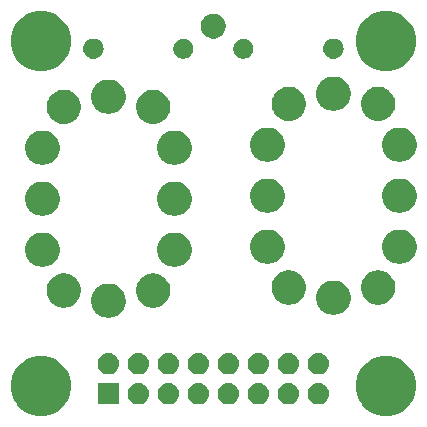
<source format=gbr>
G04 #@! TF.GenerationSoftware,KiCad,Pcbnew,5.0.2-bee76a0~70~ubuntu18.04.1*
G04 #@! TF.CreationDate,2019-11-04T11:53:34-05:00*
G04 #@! TF.ProjectId,socket,736f636b-6574-42e6-9b69-6361645f7063,rev?*
G04 #@! TF.SameCoordinates,Original*
G04 #@! TF.FileFunction,Soldermask,Top*
G04 #@! TF.FilePolarity,Negative*
%FSLAX46Y46*%
G04 Gerber Fmt 4.6, Leading zero omitted, Abs format (unit mm)*
G04 Created by KiCad (PCBNEW 5.0.2-bee76a0~70~ubuntu18.04.1) date Mon 04 Nov 2019 11:53:34 AM EST*
%MOMM*%
%LPD*%
G01*
G04 APERTURE LIST*
%ADD10C,0.100000*%
G04 APERTURE END LIST*
D10*
G36*
X61069096Y-121372033D02*
X61069098Y-121372034D01*
X61069099Y-121372034D01*
X61533352Y-121564333D01*
X61797314Y-121740707D01*
X61951171Y-121843511D01*
X62306489Y-122198829D01*
X62306491Y-122198832D01*
X62585667Y-122616648D01*
X62675945Y-122834600D01*
X62777967Y-123080904D01*
X62876000Y-123573747D01*
X62876000Y-124076253D01*
X62799668Y-124460000D01*
X62777966Y-124569099D01*
X62585667Y-125033352D01*
X62366495Y-125361366D01*
X62306489Y-125451171D01*
X61951171Y-125806489D01*
X61951168Y-125806491D01*
X61533352Y-126085667D01*
X61069099Y-126277966D01*
X61069098Y-126277966D01*
X61069096Y-126277967D01*
X60576253Y-126376000D01*
X60073747Y-126376000D01*
X59580904Y-126277967D01*
X59580902Y-126277966D01*
X59580901Y-126277966D01*
X59116648Y-126085667D01*
X58698832Y-125806491D01*
X58698829Y-125806489D01*
X58343511Y-125451171D01*
X58283505Y-125361366D01*
X58064333Y-125033352D01*
X57872034Y-124569099D01*
X57850333Y-124460000D01*
X57774000Y-124076253D01*
X57774000Y-123573747D01*
X57872033Y-123080904D01*
X57974055Y-122834600D01*
X58064333Y-122616648D01*
X58343509Y-122198832D01*
X58343511Y-122198829D01*
X58698829Y-121843511D01*
X58852686Y-121740707D01*
X59116648Y-121564333D01*
X59580901Y-121372034D01*
X59580902Y-121372034D01*
X59580904Y-121372033D01*
X60073747Y-121274000D01*
X60576253Y-121274000D01*
X61069096Y-121372033D01*
X61069096Y-121372033D01*
G37*
G36*
X31859096Y-121372033D02*
X31859098Y-121372034D01*
X31859099Y-121372034D01*
X32323352Y-121564333D01*
X32587314Y-121740707D01*
X32741171Y-121843511D01*
X33096489Y-122198829D01*
X33096491Y-122198832D01*
X33375667Y-122616648D01*
X33465945Y-122834600D01*
X33567967Y-123080904D01*
X33666000Y-123573747D01*
X33666000Y-124076253D01*
X33589668Y-124460000D01*
X33567966Y-124569099D01*
X33375667Y-125033352D01*
X33156495Y-125361366D01*
X33096489Y-125451171D01*
X32741171Y-125806489D01*
X32741168Y-125806491D01*
X32323352Y-126085667D01*
X31859099Y-126277966D01*
X31859098Y-126277966D01*
X31859096Y-126277967D01*
X31366253Y-126376000D01*
X30863747Y-126376000D01*
X30370904Y-126277967D01*
X30370902Y-126277966D01*
X30370901Y-126277966D01*
X29906648Y-126085667D01*
X29488832Y-125806491D01*
X29488829Y-125806489D01*
X29133511Y-125451171D01*
X29073505Y-125361366D01*
X28854333Y-125033352D01*
X28662034Y-124569099D01*
X28640333Y-124460000D01*
X28564000Y-124076253D01*
X28564000Y-123573747D01*
X28662033Y-123080904D01*
X28764055Y-122834600D01*
X28854333Y-122616648D01*
X29133509Y-122198832D01*
X29133511Y-122198829D01*
X29488829Y-121843511D01*
X29642686Y-121740707D01*
X29906648Y-121564333D01*
X30370901Y-121372034D01*
X30370902Y-121372034D01*
X30370904Y-121372033D01*
X30863747Y-121274000D01*
X31366253Y-121274000D01*
X31859096Y-121372033D01*
X31859096Y-121372033D01*
G37*
G36*
X54789294Y-123558633D02*
X54961694Y-123610931D01*
X54961696Y-123610932D01*
X55120583Y-123695859D01*
X55120585Y-123695860D01*
X55120584Y-123695860D01*
X55259849Y-123810151D01*
X55374140Y-123949416D01*
X55459069Y-124108306D01*
X55511367Y-124280706D01*
X55529025Y-124460000D01*
X55511367Y-124639294D01*
X55459069Y-124811694D01*
X55459068Y-124811696D01*
X55374141Y-124970583D01*
X55259849Y-125109849D01*
X55120583Y-125224141D01*
X54961696Y-125309068D01*
X54961694Y-125309069D01*
X54789294Y-125361367D01*
X54654931Y-125374600D01*
X54565069Y-125374600D01*
X54430706Y-125361367D01*
X54258306Y-125309069D01*
X54258304Y-125309068D01*
X54099417Y-125224141D01*
X53960151Y-125109849D01*
X53845859Y-124970583D01*
X53760932Y-124811696D01*
X53760931Y-124811694D01*
X53708633Y-124639294D01*
X53690975Y-124460000D01*
X53708633Y-124280706D01*
X53760931Y-124108306D01*
X53845860Y-123949416D01*
X53960151Y-123810151D01*
X54099416Y-123695860D01*
X54099415Y-123695860D01*
X54099417Y-123695859D01*
X54258304Y-123610932D01*
X54258306Y-123610931D01*
X54430706Y-123558633D01*
X54565069Y-123545400D01*
X54654931Y-123545400D01*
X54789294Y-123558633D01*
X54789294Y-123558633D01*
G37*
G36*
X37744600Y-125374600D02*
X35915400Y-125374600D01*
X35915400Y-123545400D01*
X37744600Y-123545400D01*
X37744600Y-125374600D01*
X37744600Y-125374600D01*
G37*
G36*
X39549294Y-123558633D02*
X39721694Y-123610931D01*
X39721696Y-123610932D01*
X39880583Y-123695859D01*
X39880585Y-123695860D01*
X39880584Y-123695860D01*
X40019849Y-123810151D01*
X40134140Y-123949416D01*
X40219069Y-124108306D01*
X40271367Y-124280706D01*
X40289025Y-124460000D01*
X40271367Y-124639294D01*
X40219069Y-124811694D01*
X40219068Y-124811696D01*
X40134141Y-124970583D01*
X40019849Y-125109849D01*
X39880583Y-125224141D01*
X39721696Y-125309068D01*
X39721694Y-125309069D01*
X39549294Y-125361367D01*
X39414931Y-125374600D01*
X39325069Y-125374600D01*
X39190706Y-125361367D01*
X39018306Y-125309069D01*
X39018304Y-125309068D01*
X38859417Y-125224141D01*
X38720151Y-125109849D01*
X38605859Y-124970583D01*
X38520932Y-124811696D01*
X38520931Y-124811694D01*
X38468633Y-124639294D01*
X38450975Y-124460000D01*
X38468633Y-124280706D01*
X38520931Y-124108306D01*
X38605860Y-123949416D01*
X38720151Y-123810151D01*
X38859416Y-123695860D01*
X38859415Y-123695860D01*
X38859417Y-123695859D01*
X39018304Y-123610932D01*
X39018306Y-123610931D01*
X39190706Y-123558633D01*
X39325069Y-123545400D01*
X39414931Y-123545400D01*
X39549294Y-123558633D01*
X39549294Y-123558633D01*
G37*
G36*
X42089294Y-123558633D02*
X42261694Y-123610931D01*
X42261696Y-123610932D01*
X42420583Y-123695859D01*
X42420585Y-123695860D01*
X42420584Y-123695860D01*
X42559849Y-123810151D01*
X42674140Y-123949416D01*
X42759069Y-124108306D01*
X42811367Y-124280706D01*
X42829025Y-124460000D01*
X42811367Y-124639294D01*
X42759069Y-124811694D01*
X42759068Y-124811696D01*
X42674141Y-124970583D01*
X42559849Y-125109849D01*
X42420583Y-125224141D01*
X42261696Y-125309068D01*
X42261694Y-125309069D01*
X42089294Y-125361367D01*
X41954931Y-125374600D01*
X41865069Y-125374600D01*
X41730706Y-125361367D01*
X41558306Y-125309069D01*
X41558304Y-125309068D01*
X41399417Y-125224141D01*
X41260151Y-125109849D01*
X41145859Y-124970583D01*
X41060932Y-124811696D01*
X41060931Y-124811694D01*
X41008633Y-124639294D01*
X40990975Y-124460000D01*
X41008633Y-124280706D01*
X41060931Y-124108306D01*
X41145860Y-123949416D01*
X41260151Y-123810151D01*
X41399416Y-123695860D01*
X41399415Y-123695860D01*
X41399417Y-123695859D01*
X41558304Y-123610932D01*
X41558306Y-123610931D01*
X41730706Y-123558633D01*
X41865069Y-123545400D01*
X41954931Y-123545400D01*
X42089294Y-123558633D01*
X42089294Y-123558633D01*
G37*
G36*
X44629294Y-123558633D02*
X44801694Y-123610931D01*
X44801696Y-123610932D01*
X44960583Y-123695859D01*
X44960585Y-123695860D01*
X44960584Y-123695860D01*
X45099849Y-123810151D01*
X45214140Y-123949416D01*
X45299069Y-124108306D01*
X45351367Y-124280706D01*
X45369025Y-124460000D01*
X45351367Y-124639294D01*
X45299069Y-124811694D01*
X45299068Y-124811696D01*
X45214141Y-124970583D01*
X45099849Y-125109849D01*
X44960583Y-125224141D01*
X44801696Y-125309068D01*
X44801694Y-125309069D01*
X44629294Y-125361367D01*
X44494931Y-125374600D01*
X44405069Y-125374600D01*
X44270706Y-125361367D01*
X44098306Y-125309069D01*
X44098304Y-125309068D01*
X43939417Y-125224141D01*
X43800151Y-125109849D01*
X43685859Y-124970583D01*
X43600932Y-124811696D01*
X43600931Y-124811694D01*
X43548633Y-124639294D01*
X43530975Y-124460000D01*
X43548633Y-124280706D01*
X43600931Y-124108306D01*
X43685860Y-123949416D01*
X43800151Y-123810151D01*
X43939416Y-123695860D01*
X43939415Y-123695860D01*
X43939417Y-123695859D01*
X44098304Y-123610932D01*
X44098306Y-123610931D01*
X44270706Y-123558633D01*
X44405069Y-123545400D01*
X44494931Y-123545400D01*
X44629294Y-123558633D01*
X44629294Y-123558633D01*
G37*
G36*
X47169294Y-123558633D02*
X47341694Y-123610931D01*
X47341696Y-123610932D01*
X47500583Y-123695859D01*
X47500585Y-123695860D01*
X47500584Y-123695860D01*
X47639849Y-123810151D01*
X47754140Y-123949416D01*
X47839069Y-124108306D01*
X47891367Y-124280706D01*
X47909025Y-124460000D01*
X47891367Y-124639294D01*
X47839069Y-124811694D01*
X47839068Y-124811696D01*
X47754141Y-124970583D01*
X47639849Y-125109849D01*
X47500583Y-125224141D01*
X47341696Y-125309068D01*
X47341694Y-125309069D01*
X47169294Y-125361367D01*
X47034931Y-125374600D01*
X46945069Y-125374600D01*
X46810706Y-125361367D01*
X46638306Y-125309069D01*
X46638304Y-125309068D01*
X46479417Y-125224141D01*
X46340151Y-125109849D01*
X46225859Y-124970583D01*
X46140932Y-124811696D01*
X46140931Y-124811694D01*
X46088633Y-124639294D01*
X46070975Y-124460000D01*
X46088633Y-124280706D01*
X46140931Y-124108306D01*
X46225860Y-123949416D01*
X46340151Y-123810151D01*
X46479416Y-123695860D01*
X46479415Y-123695860D01*
X46479417Y-123695859D01*
X46638304Y-123610932D01*
X46638306Y-123610931D01*
X46810706Y-123558633D01*
X46945069Y-123545400D01*
X47034931Y-123545400D01*
X47169294Y-123558633D01*
X47169294Y-123558633D01*
G37*
G36*
X52249294Y-123558633D02*
X52421694Y-123610931D01*
X52421696Y-123610932D01*
X52580583Y-123695859D01*
X52580585Y-123695860D01*
X52580584Y-123695860D01*
X52719849Y-123810151D01*
X52834140Y-123949416D01*
X52919069Y-124108306D01*
X52971367Y-124280706D01*
X52989025Y-124460000D01*
X52971367Y-124639294D01*
X52919069Y-124811694D01*
X52919068Y-124811696D01*
X52834141Y-124970583D01*
X52719849Y-125109849D01*
X52580583Y-125224141D01*
X52421696Y-125309068D01*
X52421694Y-125309069D01*
X52249294Y-125361367D01*
X52114931Y-125374600D01*
X52025069Y-125374600D01*
X51890706Y-125361367D01*
X51718306Y-125309069D01*
X51718304Y-125309068D01*
X51559417Y-125224141D01*
X51420151Y-125109849D01*
X51305859Y-124970583D01*
X51220932Y-124811696D01*
X51220931Y-124811694D01*
X51168633Y-124639294D01*
X51150975Y-124460000D01*
X51168633Y-124280706D01*
X51220931Y-124108306D01*
X51305860Y-123949416D01*
X51420151Y-123810151D01*
X51559416Y-123695860D01*
X51559415Y-123695860D01*
X51559417Y-123695859D01*
X51718304Y-123610932D01*
X51718306Y-123610931D01*
X51890706Y-123558633D01*
X52025069Y-123545400D01*
X52114931Y-123545400D01*
X52249294Y-123558633D01*
X52249294Y-123558633D01*
G37*
G36*
X49709294Y-123558633D02*
X49881694Y-123610931D01*
X49881696Y-123610932D01*
X50040583Y-123695859D01*
X50040585Y-123695860D01*
X50040584Y-123695860D01*
X50179849Y-123810151D01*
X50294140Y-123949416D01*
X50379069Y-124108306D01*
X50431367Y-124280706D01*
X50449025Y-124460000D01*
X50431367Y-124639294D01*
X50379069Y-124811694D01*
X50379068Y-124811696D01*
X50294141Y-124970583D01*
X50179849Y-125109849D01*
X50040583Y-125224141D01*
X49881696Y-125309068D01*
X49881694Y-125309069D01*
X49709294Y-125361367D01*
X49574931Y-125374600D01*
X49485069Y-125374600D01*
X49350706Y-125361367D01*
X49178306Y-125309069D01*
X49178304Y-125309068D01*
X49019417Y-125224141D01*
X48880151Y-125109849D01*
X48765859Y-124970583D01*
X48680932Y-124811696D01*
X48680931Y-124811694D01*
X48628633Y-124639294D01*
X48610975Y-124460000D01*
X48628633Y-124280706D01*
X48680931Y-124108306D01*
X48765860Y-123949416D01*
X48880151Y-123810151D01*
X49019416Y-123695860D01*
X49019415Y-123695860D01*
X49019417Y-123695859D01*
X49178304Y-123610932D01*
X49178306Y-123610931D01*
X49350706Y-123558633D01*
X49485069Y-123545400D01*
X49574931Y-123545400D01*
X49709294Y-123558633D01*
X49709294Y-123558633D01*
G37*
G36*
X44629294Y-121018633D02*
X44801694Y-121070931D01*
X44801696Y-121070932D01*
X44960583Y-121155859D01*
X44960585Y-121155860D01*
X44960584Y-121155860D01*
X45099849Y-121270151D01*
X45214140Y-121409416D01*
X45299069Y-121568306D01*
X45351367Y-121740706D01*
X45369025Y-121920000D01*
X45351367Y-122099294D01*
X45299069Y-122271694D01*
X45299068Y-122271696D01*
X45214141Y-122430583D01*
X45099849Y-122569849D01*
X44960583Y-122684141D01*
X44801696Y-122769068D01*
X44801694Y-122769069D01*
X44629294Y-122821367D01*
X44494931Y-122834600D01*
X44405069Y-122834600D01*
X44270706Y-122821367D01*
X44098306Y-122769069D01*
X44098304Y-122769068D01*
X43939417Y-122684141D01*
X43800151Y-122569849D01*
X43685859Y-122430583D01*
X43600932Y-122271696D01*
X43600931Y-122271694D01*
X43548633Y-122099294D01*
X43530975Y-121920000D01*
X43548633Y-121740706D01*
X43600931Y-121568306D01*
X43685860Y-121409416D01*
X43800151Y-121270151D01*
X43939416Y-121155860D01*
X43939415Y-121155860D01*
X43939417Y-121155859D01*
X44098304Y-121070932D01*
X44098306Y-121070931D01*
X44270706Y-121018633D01*
X44405069Y-121005400D01*
X44494931Y-121005400D01*
X44629294Y-121018633D01*
X44629294Y-121018633D01*
G37*
G36*
X49709294Y-121018633D02*
X49881694Y-121070931D01*
X49881696Y-121070932D01*
X50040583Y-121155859D01*
X50040585Y-121155860D01*
X50040584Y-121155860D01*
X50179849Y-121270151D01*
X50294140Y-121409416D01*
X50379069Y-121568306D01*
X50431367Y-121740706D01*
X50449025Y-121920000D01*
X50431367Y-122099294D01*
X50379069Y-122271694D01*
X50379068Y-122271696D01*
X50294141Y-122430583D01*
X50179849Y-122569849D01*
X50040583Y-122684141D01*
X49881696Y-122769068D01*
X49881694Y-122769069D01*
X49709294Y-122821367D01*
X49574931Y-122834600D01*
X49485069Y-122834600D01*
X49350706Y-122821367D01*
X49178306Y-122769069D01*
X49178304Y-122769068D01*
X49019417Y-122684141D01*
X48880151Y-122569849D01*
X48765859Y-122430583D01*
X48680932Y-122271696D01*
X48680931Y-122271694D01*
X48628633Y-122099294D01*
X48610975Y-121920000D01*
X48628633Y-121740706D01*
X48680931Y-121568306D01*
X48765860Y-121409416D01*
X48880151Y-121270151D01*
X49019416Y-121155860D01*
X49019415Y-121155860D01*
X49019417Y-121155859D01*
X49178304Y-121070932D01*
X49178306Y-121070931D01*
X49350706Y-121018633D01*
X49485069Y-121005400D01*
X49574931Y-121005400D01*
X49709294Y-121018633D01*
X49709294Y-121018633D01*
G37*
G36*
X52249294Y-121018633D02*
X52421694Y-121070931D01*
X52421696Y-121070932D01*
X52580583Y-121155859D01*
X52580585Y-121155860D01*
X52580584Y-121155860D01*
X52719849Y-121270151D01*
X52834140Y-121409416D01*
X52919069Y-121568306D01*
X52971367Y-121740706D01*
X52989025Y-121920000D01*
X52971367Y-122099294D01*
X52919069Y-122271694D01*
X52919068Y-122271696D01*
X52834141Y-122430583D01*
X52719849Y-122569849D01*
X52580583Y-122684141D01*
X52421696Y-122769068D01*
X52421694Y-122769069D01*
X52249294Y-122821367D01*
X52114931Y-122834600D01*
X52025069Y-122834600D01*
X51890706Y-122821367D01*
X51718306Y-122769069D01*
X51718304Y-122769068D01*
X51559417Y-122684141D01*
X51420151Y-122569849D01*
X51305859Y-122430583D01*
X51220932Y-122271696D01*
X51220931Y-122271694D01*
X51168633Y-122099294D01*
X51150975Y-121920000D01*
X51168633Y-121740706D01*
X51220931Y-121568306D01*
X51305860Y-121409416D01*
X51420151Y-121270151D01*
X51559416Y-121155860D01*
X51559415Y-121155860D01*
X51559417Y-121155859D01*
X51718304Y-121070932D01*
X51718306Y-121070931D01*
X51890706Y-121018633D01*
X52025069Y-121005400D01*
X52114931Y-121005400D01*
X52249294Y-121018633D01*
X52249294Y-121018633D01*
G37*
G36*
X47169294Y-121018633D02*
X47341694Y-121070931D01*
X47341696Y-121070932D01*
X47500583Y-121155859D01*
X47500585Y-121155860D01*
X47500584Y-121155860D01*
X47639849Y-121270151D01*
X47754140Y-121409416D01*
X47839069Y-121568306D01*
X47891367Y-121740706D01*
X47909025Y-121920000D01*
X47891367Y-122099294D01*
X47839069Y-122271694D01*
X47839068Y-122271696D01*
X47754141Y-122430583D01*
X47639849Y-122569849D01*
X47500583Y-122684141D01*
X47341696Y-122769068D01*
X47341694Y-122769069D01*
X47169294Y-122821367D01*
X47034931Y-122834600D01*
X46945069Y-122834600D01*
X46810706Y-122821367D01*
X46638306Y-122769069D01*
X46638304Y-122769068D01*
X46479417Y-122684141D01*
X46340151Y-122569849D01*
X46225859Y-122430583D01*
X46140932Y-122271696D01*
X46140931Y-122271694D01*
X46088633Y-122099294D01*
X46070975Y-121920000D01*
X46088633Y-121740706D01*
X46140931Y-121568306D01*
X46225860Y-121409416D01*
X46340151Y-121270151D01*
X46479416Y-121155860D01*
X46479415Y-121155860D01*
X46479417Y-121155859D01*
X46638304Y-121070932D01*
X46638306Y-121070931D01*
X46810706Y-121018633D01*
X46945069Y-121005400D01*
X47034931Y-121005400D01*
X47169294Y-121018633D01*
X47169294Y-121018633D01*
G37*
G36*
X54789294Y-121018633D02*
X54961694Y-121070931D01*
X54961696Y-121070932D01*
X55120583Y-121155859D01*
X55120585Y-121155860D01*
X55120584Y-121155860D01*
X55259849Y-121270151D01*
X55374140Y-121409416D01*
X55459069Y-121568306D01*
X55511367Y-121740706D01*
X55529025Y-121920000D01*
X55511367Y-122099294D01*
X55459069Y-122271694D01*
X55459068Y-122271696D01*
X55374141Y-122430583D01*
X55259849Y-122569849D01*
X55120583Y-122684141D01*
X54961696Y-122769068D01*
X54961694Y-122769069D01*
X54789294Y-122821367D01*
X54654931Y-122834600D01*
X54565069Y-122834600D01*
X54430706Y-122821367D01*
X54258306Y-122769069D01*
X54258304Y-122769068D01*
X54099417Y-122684141D01*
X53960151Y-122569849D01*
X53845859Y-122430583D01*
X53760932Y-122271696D01*
X53760931Y-122271694D01*
X53708633Y-122099294D01*
X53690975Y-121920000D01*
X53708633Y-121740706D01*
X53760931Y-121568306D01*
X53845860Y-121409416D01*
X53960151Y-121270151D01*
X54099416Y-121155860D01*
X54099415Y-121155860D01*
X54099417Y-121155859D01*
X54258304Y-121070932D01*
X54258306Y-121070931D01*
X54430706Y-121018633D01*
X54565069Y-121005400D01*
X54654931Y-121005400D01*
X54789294Y-121018633D01*
X54789294Y-121018633D01*
G37*
G36*
X42089294Y-121018633D02*
X42261694Y-121070931D01*
X42261696Y-121070932D01*
X42420583Y-121155859D01*
X42420585Y-121155860D01*
X42420584Y-121155860D01*
X42559849Y-121270151D01*
X42674140Y-121409416D01*
X42759069Y-121568306D01*
X42811367Y-121740706D01*
X42829025Y-121920000D01*
X42811367Y-122099294D01*
X42759069Y-122271694D01*
X42759068Y-122271696D01*
X42674141Y-122430583D01*
X42559849Y-122569849D01*
X42420583Y-122684141D01*
X42261696Y-122769068D01*
X42261694Y-122769069D01*
X42089294Y-122821367D01*
X41954931Y-122834600D01*
X41865069Y-122834600D01*
X41730706Y-122821367D01*
X41558306Y-122769069D01*
X41558304Y-122769068D01*
X41399417Y-122684141D01*
X41260151Y-122569849D01*
X41145859Y-122430583D01*
X41060932Y-122271696D01*
X41060931Y-122271694D01*
X41008633Y-122099294D01*
X40990975Y-121920000D01*
X41008633Y-121740706D01*
X41060931Y-121568306D01*
X41145860Y-121409416D01*
X41260151Y-121270151D01*
X41399416Y-121155860D01*
X41399415Y-121155860D01*
X41399417Y-121155859D01*
X41558304Y-121070932D01*
X41558306Y-121070931D01*
X41730706Y-121018633D01*
X41865069Y-121005400D01*
X41954931Y-121005400D01*
X42089294Y-121018633D01*
X42089294Y-121018633D01*
G37*
G36*
X39549294Y-121018633D02*
X39721694Y-121070931D01*
X39721696Y-121070932D01*
X39880583Y-121155859D01*
X39880585Y-121155860D01*
X39880584Y-121155860D01*
X40019849Y-121270151D01*
X40134140Y-121409416D01*
X40219069Y-121568306D01*
X40271367Y-121740706D01*
X40289025Y-121920000D01*
X40271367Y-122099294D01*
X40219069Y-122271694D01*
X40219068Y-122271696D01*
X40134141Y-122430583D01*
X40019849Y-122569849D01*
X39880583Y-122684141D01*
X39721696Y-122769068D01*
X39721694Y-122769069D01*
X39549294Y-122821367D01*
X39414931Y-122834600D01*
X39325069Y-122834600D01*
X39190706Y-122821367D01*
X39018306Y-122769069D01*
X39018304Y-122769068D01*
X38859417Y-122684141D01*
X38720151Y-122569849D01*
X38605859Y-122430583D01*
X38520932Y-122271696D01*
X38520931Y-122271694D01*
X38468633Y-122099294D01*
X38450975Y-121920000D01*
X38468633Y-121740706D01*
X38520931Y-121568306D01*
X38605860Y-121409416D01*
X38720151Y-121270151D01*
X38859416Y-121155860D01*
X38859415Y-121155860D01*
X38859417Y-121155859D01*
X39018304Y-121070932D01*
X39018306Y-121070931D01*
X39190706Y-121018633D01*
X39325069Y-121005400D01*
X39414931Y-121005400D01*
X39549294Y-121018633D01*
X39549294Y-121018633D01*
G37*
G36*
X37009294Y-121018633D02*
X37181694Y-121070931D01*
X37181696Y-121070932D01*
X37340583Y-121155859D01*
X37340585Y-121155860D01*
X37340584Y-121155860D01*
X37479849Y-121270151D01*
X37594140Y-121409416D01*
X37679069Y-121568306D01*
X37731367Y-121740706D01*
X37749025Y-121920000D01*
X37731367Y-122099294D01*
X37679069Y-122271694D01*
X37679068Y-122271696D01*
X37594141Y-122430583D01*
X37479849Y-122569849D01*
X37340583Y-122684141D01*
X37181696Y-122769068D01*
X37181694Y-122769069D01*
X37009294Y-122821367D01*
X36874931Y-122834600D01*
X36785069Y-122834600D01*
X36650706Y-122821367D01*
X36478306Y-122769069D01*
X36478304Y-122769068D01*
X36319417Y-122684141D01*
X36180151Y-122569849D01*
X36065859Y-122430583D01*
X35980932Y-122271696D01*
X35980931Y-122271694D01*
X35928633Y-122099294D01*
X35910975Y-121920000D01*
X35928633Y-121740706D01*
X35980931Y-121568306D01*
X36065860Y-121409416D01*
X36180151Y-121270151D01*
X36319416Y-121155860D01*
X36319415Y-121155860D01*
X36319417Y-121155859D01*
X36478304Y-121070932D01*
X36478306Y-121070931D01*
X36650706Y-121018633D01*
X36785069Y-121005400D01*
X36874931Y-121005400D01*
X37009294Y-121018633D01*
X37009294Y-121018633D01*
G37*
G36*
X37112491Y-115165823D02*
X37252366Y-115193646D01*
X37515885Y-115302799D01*
X37674757Y-115408954D01*
X37753049Y-115461267D01*
X37954733Y-115662951D01*
X37954735Y-115662954D01*
X38113201Y-115900115D01*
X38222354Y-116163634D01*
X38222354Y-116163635D01*
X38267670Y-116391449D01*
X38278000Y-116443384D01*
X38278000Y-116728616D01*
X38222354Y-117008366D01*
X38113201Y-117271885D01*
X37989689Y-117456733D01*
X37954733Y-117509049D01*
X37753049Y-117710733D01*
X37753046Y-117710735D01*
X37515885Y-117869201D01*
X37252366Y-117978354D01*
X37112491Y-118006177D01*
X36972617Y-118034000D01*
X36687383Y-118034000D01*
X36547509Y-118006177D01*
X36407634Y-117978354D01*
X36144115Y-117869201D01*
X35906954Y-117710735D01*
X35906951Y-117710733D01*
X35705267Y-117509049D01*
X35670311Y-117456733D01*
X35546799Y-117271885D01*
X35437646Y-117008366D01*
X35382000Y-116728616D01*
X35382000Y-116443384D01*
X35392331Y-116391449D01*
X35437646Y-116163635D01*
X35437646Y-116163634D01*
X35546799Y-115900115D01*
X35705265Y-115662954D01*
X35705267Y-115662951D01*
X35906951Y-115461267D01*
X35985243Y-115408954D01*
X36144115Y-115302799D01*
X36407634Y-115193646D01*
X36547509Y-115165823D01*
X36687383Y-115138000D01*
X36972617Y-115138000D01*
X37112491Y-115165823D01*
X37112491Y-115165823D01*
G37*
G36*
X56162491Y-114911823D02*
X56302366Y-114939646D01*
X56565885Y-115048799D01*
X56782664Y-115193646D01*
X56803049Y-115207267D01*
X57004733Y-115408951D01*
X57004735Y-115408954D01*
X57163201Y-115646115D01*
X57272354Y-115909634D01*
X57328000Y-116189384D01*
X57328000Y-116474616D01*
X57272354Y-116754366D01*
X57163201Y-117017885D01*
X57005802Y-117253449D01*
X57004733Y-117255049D01*
X56803049Y-117456733D01*
X56803046Y-117456735D01*
X56565885Y-117615201D01*
X56302366Y-117724354D01*
X56162491Y-117752177D01*
X56022617Y-117780000D01*
X55737383Y-117780000D01*
X55597509Y-117752177D01*
X55457634Y-117724354D01*
X55194115Y-117615201D01*
X54956954Y-117456735D01*
X54956951Y-117456733D01*
X54755267Y-117255049D01*
X54754198Y-117253449D01*
X54596799Y-117017885D01*
X54487646Y-116754366D01*
X54432000Y-116474616D01*
X54432000Y-116189384D01*
X54487646Y-115909634D01*
X54596799Y-115646115D01*
X54755265Y-115408954D01*
X54755267Y-115408951D01*
X54956951Y-115207267D01*
X54977336Y-115193646D01*
X55194115Y-115048799D01*
X55457634Y-114939646D01*
X55597509Y-114911823D01*
X55737383Y-114884000D01*
X56022617Y-114884000D01*
X56162491Y-114911823D01*
X56162491Y-114911823D01*
G37*
G36*
X40897091Y-114302223D02*
X41036966Y-114330046D01*
X41300485Y-114439199D01*
X41459357Y-114545354D01*
X41537649Y-114597667D01*
X41739333Y-114799351D01*
X41739335Y-114799354D01*
X41897801Y-115036515D01*
X42006954Y-115300034D01*
X42062600Y-115579784D01*
X42062600Y-115865016D01*
X42006954Y-116144766D01*
X41897801Y-116408285D01*
X41853480Y-116474616D01*
X41739333Y-116645449D01*
X41537649Y-116847133D01*
X41537646Y-116847135D01*
X41300485Y-117005601D01*
X41036966Y-117114754D01*
X40897091Y-117142577D01*
X40757217Y-117170400D01*
X40471983Y-117170400D01*
X40332109Y-117142577D01*
X40192234Y-117114754D01*
X39928715Y-117005601D01*
X39691554Y-116847135D01*
X39691551Y-116847133D01*
X39489867Y-116645449D01*
X39375720Y-116474616D01*
X39331399Y-116408285D01*
X39222246Y-116144766D01*
X39166600Y-115865016D01*
X39166600Y-115579784D01*
X39222246Y-115300034D01*
X39331399Y-115036515D01*
X39489865Y-114799354D01*
X39489867Y-114799351D01*
X39691551Y-114597667D01*
X39769843Y-114545354D01*
X39928715Y-114439199D01*
X40192234Y-114330046D01*
X40332109Y-114302223D01*
X40471983Y-114274400D01*
X40757217Y-114274400D01*
X40897091Y-114302223D01*
X40897091Y-114302223D01*
G37*
G36*
X33327891Y-114302223D02*
X33467766Y-114330046D01*
X33731285Y-114439199D01*
X33890157Y-114545354D01*
X33968449Y-114597667D01*
X34170133Y-114799351D01*
X34170135Y-114799354D01*
X34328601Y-115036515D01*
X34437754Y-115300034D01*
X34493400Y-115579784D01*
X34493400Y-115865016D01*
X34437754Y-116144766D01*
X34328601Y-116408285D01*
X34284280Y-116474616D01*
X34170133Y-116645449D01*
X33968449Y-116847133D01*
X33968446Y-116847135D01*
X33731285Y-117005601D01*
X33467766Y-117114754D01*
X33327891Y-117142577D01*
X33188017Y-117170400D01*
X32902783Y-117170400D01*
X32762909Y-117142577D01*
X32623034Y-117114754D01*
X32359515Y-117005601D01*
X32122354Y-116847135D01*
X32122351Y-116847133D01*
X31920667Y-116645449D01*
X31806520Y-116474616D01*
X31762199Y-116408285D01*
X31653046Y-116144766D01*
X31597400Y-115865016D01*
X31597400Y-115579784D01*
X31653046Y-115300034D01*
X31762199Y-115036515D01*
X31920665Y-114799354D01*
X31920667Y-114799351D01*
X32122351Y-114597667D01*
X32200643Y-114545354D01*
X32359515Y-114439199D01*
X32623034Y-114330046D01*
X32762909Y-114302223D01*
X32902783Y-114274400D01*
X33188017Y-114274400D01*
X33327891Y-114302223D01*
X33327891Y-114302223D01*
G37*
G36*
X59947091Y-114048223D02*
X60086966Y-114076046D01*
X60350485Y-114185199D01*
X60567264Y-114330046D01*
X60587649Y-114343667D01*
X60789333Y-114545351D01*
X60789335Y-114545354D01*
X60947801Y-114782515D01*
X61056954Y-115046034D01*
X61056954Y-115046035D01*
X61112600Y-115325783D01*
X61112600Y-115611017D01*
X61102269Y-115662954D01*
X61056954Y-115890766D01*
X60947801Y-116154285D01*
X60790402Y-116389849D01*
X60789333Y-116391449D01*
X60587649Y-116593133D01*
X60587646Y-116593135D01*
X60350485Y-116751601D01*
X60086966Y-116860754D01*
X59947091Y-116888577D01*
X59807217Y-116916400D01*
X59521983Y-116916400D01*
X59382109Y-116888577D01*
X59242234Y-116860754D01*
X58978715Y-116751601D01*
X58741554Y-116593135D01*
X58741551Y-116593133D01*
X58539867Y-116391449D01*
X58538798Y-116389849D01*
X58381399Y-116154285D01*
X58272246Y-115890766D01*
X58226931Y-115662954D01*
X58216600Y-115611017D01*
X58216600Y-115325783D01*
X58272246Y-115046035D01*
X58272246Y-115046034D01*
X58381399Y-114782515D01*
X58539865Y-114545354D01*
X58539867Y-114545351D01*
X58741551Y-114343667D01*
X58761936Y-114330046D01*
X58978715Y-114185199D01*
X59242234Y-114076046D01*
X59382109Y-114048223D01*
X59521983Y-114020400D01*
X59807217Y-114020400D01*
X59947091Y-114048223D01*
X59947091Y-114048223D01*
G37*
G36*
X52377891Y-114048223D02*
X52517766Y-114076046D01*
X52781285Y-114185199D01*
X52998064Y-114330046D01*
X53018449Y-114343667D01*
X53220133Y-114545351D01*
X53220135Y-114545354D01*
X53378601Y-114782515D01*
X53487754Y-115046034D01*
X53487754Y-115046035D01*
X53543400Y-115325783D01*
X53543400Y-115611017D01*
X53533069Y-115662954D01*
X53487754Y-115890766D01*
X53378601Y-116154285D01*
X53221202Y-116389849D01*
X53220133Y-116391449D01*
X53018449Y-116593133D01*
X53018446Y-116593135D01*
X52781285Y-116751601D01*
X52517766Y-116860754D01*
X52377891Y-116888577D01*
X52238017Y-116916400D01*
X51952783Y-116916400D01*
X51812909Y-116888577D01*
X51673034Y-116860754D01*
X51409515Y-116751601D01*
X51172354Y-116593135D01*
X51172351Y-116593133D01*
X50970667Y-116391449D01*
X50969598Y-116389849D01*
X50812199Y-116154285D01*
X50703046Y-115890766D01*
X50657731Y-115662954D01*
X50647400Y-115611017D01*
X50647400Y-115325783D01*
X50703046Y-115046035D01*
X50703046Y-115046034D01*
X50812199Y-114782515D01*
X50970665Y-114545354D01*
X50970667Y-114545351D01*
X51172351Y-114343667D01*
X51192736Y-114330046D01*
X51409515Y-114185199D01*
X51673034Y-114076046D01*
X51812909Y-114048223D01*
X51952783Y-114020400D01*
X52238017Y-114020400D01*
X52377891Y-114048223D01*
X52377891Y-114048223D01*
G37*
G36*
X42700491Y-110847823D02*
X42840366Y-110875646D01*
X43103885Y-110984799D01*
X43262757Y-111090954D01*
X43341049Y-111143267D01*
X43542733Y-111344951D01*
X43542735Y-111344954D01*
X43701201Y-111582115D01*
X43810354Y-111845634D01*
X43866000Y-112125384D01*
X43866000Y-112410616D01*
X43810354Y-112690366D01*
X43701201Y-112953885D01*
X43577689Y-113138733D01*
X43542733Y-113191049D01*
X43341049Y-113392733D01*
X43341046Y-113392735D01*
X43103885Y-113551201D01*
X42840366Y-113660354D01*
X42700491Y-113688177D01*
X42560617Y-113716000D01*
X42275383Y-113716000D01*
X42135509Y-113688177D01*
X41995634Y-113660354D01*
X41732115Y-113551201D01*
X41494954Y-113392735D01*
X41494951Y-113392733D01*
X41293267Y-113191049D01*
X41258311Y-113138733D01*
X41134799Y-112953885D01*
X41025646Y-112690366D01*
X40970000Y-112410616D01*
X40970000Y-112125384D01*
X41025646Y-111845634D01*
X41134799Y-111582115D01*
X41293265Y-111344954D01*
X41293267Y-111344951D01*
X41494951Y-111143267D01*
X41573243Y-111090954D01*
X41732115Y-110984799D01*
X41995634Y-110875646D01*
X42135509Y-110847823D01*
X42275383Y-110820000D01*
X42560617Y-110820000D01*
X42700491Y-110847823D01*
X42700491Y-110847823D01*
G37*
G36*
X31524491Y-110847823D02*
X31664366Y-110875646D01*
X31927885Y-110984799D01*
X32086757Y-111090954D01*
X32165049Y-111143267D01*
X32366733Y-111344951D01*
X32366735Y-111344954D01*
X32525201Y-111582115D01*
X32634354Y-111845634D01*
X32690000Y-112125384D01*
X32690000Y-112410616D01*
X32634354Y-112690366D01*
X32525201Y-112953885D01*
X32401689Y-113138733D01*
X32366733Y-113191049D01*
X32165049Y-113392733D01*
X32165046Y-113392735D01*
X31927885Y-113551201D01*
X31664366Y-113660354D01*
X31524491Y-113688177D01*
X31384617Y-113716000D01*
X31099383Y-113716000D01*
X30959509Y-113688177D01*
X30819634Y-113660354D01*
X30556115Y-113551201D01*
X30318954Y-113392735D01*
X30318951Y-113392733D01*
X30117267Y-113191049D01*
X30082311Y-113138733D01*
X29958799Y-112953885D01*
X29849646Y-112690366D01*
X29794000Y-112410616D01*
X29794000Y-112125384D01*
X29849646Y-111845634D01*
X29958799Y-111582115D01*
X30117265Y-111344954D01*
X30117267Y-111344951D01*
X30318951Y-111143267D01*
X30397243Y-111090954D01*
X30556115Y-110984799D01*
X30819634Y-110875646D01*
X30959509Y-110847823D01*
X31099383Y-110820000D01*
X31384617Y-110820000D01*
X31524491Y-110847823D01*
X31524491Y-110847823D01*
G37*
G36*
X61750491Y-110593823D02*
X61890366Y-110621646D01*
X62153885Y-110730799D01*
X62370664Y-110875646D01*
X62391049Y-110889267D01*
X62592733Y-111090951D01*
X62592735Y-111090954D01*
X62751201Y-111328115D01*
X62860354Y-111591634D01*
X62916000Y-111871384D01*
X62916000Y-112156616D01*
X62860354Y-112436366D01*
X62751201Y-112699885D01*
X62593802Y-112935449D01*
X62592733Y-112937049D01*
X62391049Y-113138733D01*
X62391046Y-113138735D01*
X62153885Y-113297201D01*
X61890366Y-113406354D01*
X61750491Y-113434177D01*
X61610617Y-113462000D01*
X61325383Y-113462000D01*
X61185509Y-113434177D01*
X61045634Y-113406354D01*
X60782115Y-113297201D01*
X60544954Y-113138735D01*
X60544951Y-113138733D01*
X60343267Y-112937049D01*
X60342198Y-112935449D01*
X60184799Y-112699885D01*
X60075646Y-112436366D01*
X60020000Y-112156616D01*
X60020000Y-111871384D01*
X60075646Y-111591634D01*
X60184799Y-111328115D01*
X60343265Y-111090954D01*
X60343267Y-111090951D01*
X60544951Y-110889267D01*
X60565336Y-110875646D01*
X60782115Y-110730799D01*
X61045634Y-110621646D01*
X61185509Y-110593823D01*
X61325383Y-110566000D01*
X61610617Y-110566000D01*
X61750491Y-110593823D01*
X61750491Y-110593823D01*
G37*
G36*
X50574491Y-110593823D02*
X50714366Y-110621646D01*
X50977885Y-110730799D01*
X51194664Y-110875646D01*
X51215049Y-110889267D01*
X51416733Y-111090951D01*
X51416735Y-111090954D01*
X51575201Y-111328115D01*
X51684354Y-111591634D01*
X51740000Y-111871384D01*
X51740000Y-112156616D01*
X51684354Y-112436366D01*
X51575201Y-112699885D01*
X51417802Y-112935449D01*
X51416733Y-112937049D01*
X51215049Y-113138733D01*
X51215046Y-113138735D01*
X50977885Y-113297201D01*
X50714366Y-113406354D01*
X50574491Y-113434177D01*
X50434617Y-113462000D01*
X50149383Y-113462000D01*
X50009509Y-113434177D01*
X49869634Y-113406354D01*
X49606115Y-113297201D01*
X49368954Y-113138735D01*
X49368951Y-113138733D01*
X49167267Y-112937049D01*
X49166198Y-112935449D01*
X49008799Y-112699885D01*
X48899646Y-112436366D01*
X48844000Y-112156616D01*
X48844000Y-111871384D01*
X48899646Y-111591634D01*
X49008799Y-111328115D01*
X49167265Y-111090954D01*
X49167267Y-111090951D01*
X49368951Y-110889267D01*
X49389336Y-110875646D01*
X49606115Y-110730799D01*
X49869634Y-110621646D01*
X50009509Y-110593823D01*
X50149383Y-110566000D01*
X50434617Y-110566000D01*
X50574491Y-110593823D01*
X50574491Y-110593823D01*
G37*
G36*
X31524491Y-106529823D02*
X31664366Y-106557646D01*
X31927885Y-106666799D01*
X32086757Y-106772954D01*
X32165049Y-106825267D01*
X32366733Y-107026951D01*
X32366735Y-107026954D01*
X32525201Y-107264115D01*
X32634354Y-107527634D01*
X32690000Y-107807384D01*
X32690000Y-108092616D01*
X32634354Y-108372366D01*
X32525201Y-108635885D01*
X32401689Y-108820733D01*
X32366733Y-108873049D01*
X32165049Y-109074733D01*
X32165046Y-109074735D01*
X31927885Y-109233201D01*
X31664366Y-109342354D01*
X31524491Y-109370177D01*
X31384617Y-109398000D01*
X31099383Y-109398000D01*
X30959509Y-109370177D01*
X30819634Y-109342354D01*
X30556115Y-109233201D01*
X30318954Y-109074735D01*
X30318951Y-109074733D01*
X30117267Y-108873049D01*
X30082311Y-108820733D01*
X29958799Y-108635885D01*
X29849646Y-108372366D01*
X29794000Y-108092616D01*
X29794000Y-107807384D01*
X29849646Y-107527634D01*
X29958799Y-107264115D01*
X30117265Y-107026954D01*
X30117267Y-107026951D01*
X30318951Y-106825267D01*
X30397243Y-106772954D01*
X30556115Y-106666799D01*
X30819634Y-106557646D01*
X30959509Y-106529823D01*
X31099383Y-106502000D01*
X31384617Y-106502000D01*
X31524491Y-106529823D01*
X31524491Y-106529823D01*
G37*
G36*
X42700491Y-106529823D02*
X42840366Y-106557646D01*
X43103885Y-106666799D01*
X43262757Y-106772954D01*
X43341049Y-106825267D01*
X43542733Y-107026951D01*
X43542735Y-107026954D01*
X43701201Y-107264115D01*
X43810354Y-107527634D01*
X43866000Y-107807384D01*
X43866000Y-108092616D01*
X43810354Y-108372366D01*
X43701201Y-108635885D01*
X43577689Y-108820733D01*
X43542733Y-108873049D01*
X43341049Y-109074733D01*
X43341046Y-109074735D01*
X43103885Y-109233201D01*
X42840366Y-109342354D01*
X42700491Y-109370177D01*
X42560617Y-109398000D01*
X42275383Y-109398000D01*
X42135509Y-109370177D01*
X41995634Y-109342354D01*
X41732115Y-109233201D01*
X41494954Y-109074735D01*
X41494951Y-109074733D01*
X41293267Y-108873049D01*
X41258311Y-108820733D01*
X41134799Y-108635885D01*
X41025646Y-108372366D01*
X40970000Y-108092616D01*
X40970000Y-107807384D01*
X41025646Y-107527634D01*
X41134799Y-107264115D01*
X41293265Y-107026954D01*
X41293267Y-107026951D01*
X41494951Y-106825267D01*
X41573243Y-106772954D01*
X41732115Y-106666799D01*
X41995634Y-106557646D01*
X42135509Y-106529823D01*
X42275383Y-106502000D01*
X42560617Y-106502000D01*
X42700491Y-106529823D01*
X42700491Y-106529823D01*
G37*
G36*
X61750491Y-106275823D02*
X61890366Y-106303646D01*
X62153885Y-106412799D01*
X62370664Y-106557646D01*
X62391049Y-106571267D01*
X62592733Y-106772951D01*
X62592735Y-106772954D01*
X62751201Y-107010115D01*
X62860354Y-107273634D01*
X62916000Y-107553384D01*
X62916000Y-107838616D01*
X62860354Y-108118366D01*
X62751201Y-108381885D01*
X62593802Y-108617449D01*
X62592733Y-108619049D01*
X62391049Y-108820733D01*
X62391046Y-108820735D01*
X62153885Y-108979201D01*
X61890366Y-109088354D01*
X61750491Y-109116177D01*
X61610617Y-109144000D01*
X61325383Y-109144000D01*
X61185509Y-109116177D01*
X61045634Y-109088354D01*
X60782115Y-108979201D01*
X60544954Y-108820735D01*
X60544951Y-108820733D01*
X60343267Y-108619049D01*
X60342198Y-108617449D01*
X60184799Y-108381885D01*
X60075646Y-108118366D01*
X60020000Y-107838616D01*
X60020000Y-107553384D01*
X60075646Y-107273634D01*
X60184799Y-107010115D01*
X60343265Y-106772954D01*
X60343267Y-106772951D01*
X60544951Y-106571267D01*
X60565336Y-106557646D01*
X60782115Y-106412799D01*
X61045634Y-106303646D01*
X61185509Y-106275823D01*
X61325383Y-106248000D01*
X61610617Y-106248000D01*
X61750491Y-106275823D01*
X61750491Y-106275823D01*
G37*
G36*
X50574491Y-106275823D02*
X50714366Y-106303646D01*
X50977885Y-106412799D01*
X51194664Y-106557646D01*
X51215049Y-106571267D01*
X51416733Y-106772951D01*
X51416735Y-106772954D01*
X51575201Y-107010115D01*
X51684354Y-107273634D01*
X51740000Y-107553384D01*
X51740000Y-107838616D01*
X51684354Y-108118366D01*
X51575201Y-108381885D01*
X51417802Y-108617449D01*
X51416733Y-108619049D01*
X51215049Y-108820733D01*
X51215046Y-108820735D01*
X50977885Y-108979201D01*
X50714366Y-109088354D01*
X50574491Y-109116177D01*
X50434617Y-109144000D01*
X50149383Y-109144000D01*
X50009509Y-109116177D01*
X49869634Y-109088354D01*
X49606115Y-108979201D01*
X49368954Y-108820735D01*
X49368951Y-108820733D01*
X49167267Y-108619049D01*
X49166198Y-108617449D01*
X49008799Y-108381885D01*
X48899646Y-108118366D01*
X48844000Y-107838616D01*
X48844000Y-107553384D01*
X48899646Y-107273634D01*
X49008799Y-107010115D01*
X49167265Y-106772954D01*
X49167267Y-106772951D01*
X49368951Y-106571267D01*
X49389336Y-106557646D01*
X49606115Y-106412799D01*
X49869634Y-106303646D01*
X50009509Y-106275823D01*
X50149383Y-106248000D01*
X50434617Y-106248000D01*
X50574491Y-106275823D01*
X50574491Y-106275823D01*
G37*
G36*
X42700491Y-102211823D02*
X42840366Y-102239646D01*
X43103885Y-102348799D01*
X43262757Y-102454954D01*
X43341049Y-102507267D01*
X43542733Y-102708951D01*
X43542735Y-102708954D01*
X43701201Y-102946115D01*
X43810354Y-103209634D01*
X43866000Y-103489384D01*
X43866000Y-103774616D01*
X43810354Y-104054366D01*
X43701201Y-104317885D01*
X43577689Y-104502733D01*
X43542733Y-104555049D01*
X43341049Y-104756733D01*
X43341046Y-104756735D01*
X43103885Y-104915201D01*
X42840366Y-105024354D01*
X42700491Y-105052177D01*
X42560617Y-105080000D01*
X42275383Y-105080000D01*
X42135509Y-105052177D01*
X41995634Y-105024354D01*
X41732115Y-104915201D01*
X41494954Y-104756735D01*
X41494951Y-104756733D01*
X41293267Y-104555049D01*
X41258311Y-104502733D01*
X41134799Y-104317885D01*
X41025646Y-104054366D01*
X40970000Y-103774616D01*
X40970000Y-103489384D01*
X41025646Y-103209634D01*
X41134799Y-102946115D01*
X41293265Y-102708954D01*
X41293267Y-102708951D01*
X41494951Y-102507267D01*
X41573243Y-102454954D01*
X41732115Y-102348799D01*
X41995634Y-102239646D01*
X42135509Y-102211823D01*
X42275383Y-102184000D01*
X42560617Y-102184000D01*
X42700491Y-102211823D01*
X42700491Y-102211823D01*
G37*
G36*
X31524491Y-102211823D02*
X31664366Y-102239646D01*
X31927885Y-102348799D01*
X32086757Y-102454954D01*
X32165049Y-102507267D01*
X32366733Y-102708951D01*
X32366735Y-102708954D01*
X32525201Y-102946115D01*
X32634354Y-103209634D01*
X32690000Y-103489384D01*
X32690000Y-103774616D01*
X32634354Y-104054366D01*
X32525201Y-104317885D01*
X32401689Y-104502733D01*
X32366733Y-104555049D01*
X32165049Y-104756733D01*
X32165046Y-104756735D01*
X31927885Y-104915201D01*
X31664366Y-105024354D01*
X31524491Y-105052177D01*
X31384617Y-105080000D01*
X31099383Y-105080000D01*
X30959509Y-105052177D01*
X30819634Y-105024354D01*
X30556115Y-104915201D01*
X30318954Y-104756735D01*
X30318951Y-104756733D01*
X30117267Y-104555049D01*
X30082311Y-104502733D01*
X29958799Y-104317885D01*
X29849646Y-104054366D01*
X29794000Y-103774616D01*
X29794000Y-103489384D01*
X29849646Y-103209634D01*
X29958799Y-102946115D01*
X30117265Y-102708954D01*
X30117267Y-102708951D01*
X30318951Y-102507267D01*
X30397243Y-102454954D01*
X30556115Y-102348799D01*
X30819634Y-102239646D01*
X30959509Y-102211823D01*
X31099383Y-102184000D01*
X31384617Y-102184000D01*
X31524491Y-102211823D01*
X31524491Y-102211823D01*
G37*
G36*
X61750491Y-101957823D02*
X61890366Y-101985646D01*
X62153885Y-102094799D01*
X62370664Y-102239646D01*
X62391049Y-102253267D01*
X62592733Y-102454951D01*
X62592735Y-102454954D01*
X62751201Y-102692115D01*
X62860354Y-102955634D01*
X62916000Y-103235384D01*
X62916000Y-103520616D01*
X62860354Y-103800366D01*
X62751201Y-104063885D01*
X62593802Y-104299449D01*
X62592733Y-104301049D01*
X62391049Y-104502733D01*
X62391046Y-104502735D01*
X62153885Y-104661201D01*
X61890366Y-104770354D01*
X61750491Y-104798177D01*
X61610617Y-104826000D01*
X61325383Y-104826000D01*
X61185509Y-104798177D01*
X61045634Y-104770354D01*
X60782115Y-104661201D01*
X60544954Y-104502735D01*
X60544951Y-104502733D01*
X60343267Y-104301049D01*
X60342198Y-104299449D01*
X60184799Y-104063885D01*
X60075646Y-103800366D01*
X60020000Y-103520616D01*
X60020000Y-103235384D01*
X60075646Y-102955634D01*
X60184799Y-102692115D01*
X60343265Y-102454954D01*
X60343267Y-102454951D01*
X60544951Y-102253267D01*
X60565336Y-102239646D01*
X60782115Y-102094799D01*
X61045634Y-101985646D01*
X61185509Y-101957823D01*
X61325383Y-101930000D01*
X61610617Y-101930000D01*
X61750491Y-101957823D01*
X61750491Y-101957823D01*
G37*
G36*
X50574491Y-101957823D02*
X50714366Y-101985646D01*
X50977885Y-102094799D01*
X51194664Y-102239646D01*
X51215049Y-102253267D01*
X51416733Y-102454951D01*
X51416735Y-102454954D01*
X51575201Y-102692115D01*
X51684354Y-102955634D01*
X51740000Y-103235384D01*
X51740000Y-103520616D01*
X51684354Y-103800366D01*
X51575201Y-104063885D01*
X51417802Y-104299449D01*
X51416733Y-104301049D01*
X51215049Y-104502733D01*
X51215046Y-104502735D01*
X50977885Y-104661201D01*
X50714366Y-104770354D01*
X50574491Y-104798177D01*
X50434617Y-104826000D01*
X50149383Y-104826000D01*
X50009509Y-104798177D01*
X49869634Y-104770354D01*
X49606115Y-104661201D01*
X49368954Y-104502735D01*
X49368951Y-104502733D01*
X49167267Y-104301049D01*
X49166198Y-104299449D01*
X49008799Y-104063885D01*
X48899646Y-103800366D01*
X48844000Y-103520616D01*
X48844000Y-103235384D01*
X48899646Y-102955634D01*
X49008799Y-102692115D01*
X49167265Y-102454954D01*
X49167267Y-102454951D01*
X49368951Y-102253267D01*
X49389336Y-102239646D01*
X49606115Y-102094799D01*
X49869634Y-101985646D01*
X50009509Y-101957823D01*
X50149383Y-101930000D01*
X50434617Y-101930000D01*
X50574491Y-101957823D01*
X50574491Y-101957823D01*
G37*
G36*
X40897091Y-98757423D02*
X41036966Y-98785246D01*
X41300485Y-98894399D01*
X41459357Y-99000554D01*
X41537649Y-99052867D01*
X41739333Y-99254551D01*
X41739335Y-99254554D01*
X41897801Y-99491715D01*
X42006954Y-99755234D01*
X42006954Y-99755235D01*
X42052270Y-99983049D01*
X42062600Y-100034984D01*
X42062600Y-100320216D01*
X42006954Y-100599966D01*
X41897801Y-100863485D01*
X41774289Y-101048333D01*
X41739333Y-101100649D01*
X41537649Y-101302333D01*
X41537646Y-101302335D01*
X41300485Y-101460801D01*
X41036966Y-101569954D01*
X40897091Y-101597777D01*
X40757217Y-101625600D01*
X40471983Y-101625600D01*
X40332109Y-101597777D01*
X40192234Y-101569954D01*
X39928715Y-101460801D01*
X39691554Y-101302335D01*
X39691551Y-101302333D01*
X39489867Y-101100649D01*
X39454911Y-101048333D01*
X39331399Y-100863485D01*
X39222246Y-100599966D01*
X39166600Y-100320216D01*
X39166600Y-100034984D01*
X39176931Y-99983049D01*
X39222246Y-99755235D01*
X39222246Y-99755234D01*
X39331399Y-99491715D01*
X39489865Y-99254554D01*
X39489867Y-99254551D01*
X39691551Y-99052867D01*
X39769843Y-99000554D01*
X39928715Y-98894399D01*
X40192234Y-98785246D01*
X40332109Y-98757423D01*
X40471983Y-98729600D01*
X40757217Y-98729600D01*
X40897091Y-98757423D01*
X40897091Y-98757423D01*
G37*
G36*
X33327891Y-98757423D02*
X33467766Y-98785246D01*
X33731285Y-98894399D01*
X33890157Y-99000554D01*
X33968449Y-99052867D01*
X34170133Y-99254551D01*
X34170135Y-99254554D01*
X34328601Y-99491715D01*
X34437754Y-99755234D01*
X34437754Y-99755235D01*
X34483070Y-99983049D01*
X34493400Y-100034984D01*
X34493400Y-100320216D01*
X34437754Y-100599966D01*
X34328601Y-100863485D01*
X34205089Y-101048333D01*
X34170133Y-101100649D01*
X33968449Y-101302333D01*
X33968446Y-101302335D01*
X33731285Y-101460801D01*
X33467766Y-101569954D01*
X33327891Y-101597777D01*
X33188017Y-101625600D01*
X32902783Y-101625600D01*
X32762909Y-101597777D01*
X32623034Y-101569954D01*
X32359515Y-101460801D01*
X32122354Y-101302335D01*
X32122351Y-101302333D01*
X31920667Y-101100649D01*
X31885711Y-101048333D01*
X31762199Y-100863485D01*
X31653046Y-100599966D01*
X31597400Y-100320216D01*
X31597400Y-100034984D01*
X31607731Y-99983049D01*
X31653046Y-99755235D01*
X31653046Y-99755234D01*
X31762199Y-99491715D01*
X31920665Y-99254554D01*
X31920667Y-99254551D01*
X32122351Y-99052867D01*
X32200643Y-99000554D01*
X32359515Y-98894399D01*
X32623034Y-98785246D01*
X32762909Y-98757423D01*
X32902783Y-98729600D01*
X33188017Y-98729600D01*
X33327891Y-98757423D01*
X33327891Y-98757423D01*
G37*
G36*
X52377891Y-98503423D02*
X52517766Y-98531246D01*
X52781285Y-98640399D01*
X52998064Y-98785246D01*
X53018449Y-98798867D01*
X53220133Y-99000551D01*
X53220135Y-99000554D01*
X53378601Y-99237715D01*
X53487754Y-99501234D01*
X53543400Y-99780984D01*
X53543400Y-100066216D01*
X53487754Y-100345966D01*
X53378601Y-100609485D01*
X53221202Y-100845049D01*
X53220133Y-100846649D01*
X53018449Y-101048333D01*
X53018446Y-101048335D01*
X52781285Y-101206801D01*
X52517766Y-101315954D01*
X52377891Y-101343777D01*
X52238017Y-101371600D01*
X51952783Y-101371600D01*
X51812909Y-101343777D01*
X51673034Y-101315954D01*
X51409515Y-101206801D01*
X51172354Y-101048335D01*
X51172351Y-101048333D01*
X50970667Y-100846649D01*
X50969598Y-100845049D01*
X50812199Y-100609485D01*
X50703046Y-100345966D01*
X50647400Y-100066216D01*
X50647400Y-99780984D01*
X50703046Y-99501234D01*
X50812199Y-99237715D01*
X50970665Y-99000554D01*
X50970667Y-99000551D01*
X51172351Y-98798867D01*
X51192736Y-98785246D01*
X51409515Y-98640399D01*
X51673034Y-98531246D01*
X51812909Y-98503423D01*
X51952783Y-98475600D01*
X52238017Y-98475600D01*
X52377891Y-98503423D01*
X52377891Y-98503423D01*
G37*
G36*
X59947091Y-98503423D02*
X60086966Y-98531246D01*
X60350485Y-98640399D01*
X60567264Y-98785246D01*
X60587649Y-98798867D01*
X60789333Y-99000551D01*
X60789335Y-99000554D01*
X60947801Y-99237715D01*
X61056954Y-99501234D01*
X61112600Y-99780984D01*
X61112600Y-100066216D01*
X61056954Y-100345966D01*
X60947801Y-100609485D01*
X60790402Y-100845049D01*
X60789333Y-100846649D01*
X60587649Y-101048333D01*
X60587646Y-101048335D01*
X60350485Y-101206801D01*
X60086966Y-101315954D01*
X59947091Y-101343777D01*
X59807217Y-101371600D01*
X59521983Y-101371600D01*
X59382109Y-101343777D01*
X59242234Y-101315954D01*
X58978715Y-101206801D01*
X58741554Y-101048335D01*
X58741551Y-101048333D01*
X58539867Y-100846649D01*
X58538798Y-100845049D01*
X58381399Y-100609485D01*
X58272246Y-100345966D01*
X58216600Y-100066216D01*
X58216600Y-99780984D01*
X58272246Y-99501234D01*
X58381399Y-99237715D01*
X58539865Y-99000554D01*
X58539867Y-99000551D01*
X58741551Y-98798867D01*
X58761936Y-98785246D01*
X58978715Y-98640399D01*
X59242234Y-98531246D01*
X59382109Y-98503423D01*
X59521983Y-98475600D01*
X59807217Y-98475600D01*
X59947091Y-98503423D01*
X59947091Y-98503423D01*
G37*
G36*
X37112491Y-97893823D02*
X37252366Y-97921646D01*
X37515885Y-98030799D01*
X37674757Y-98136954D01*
X37753049Y-98189267D01*
X37954733Y-98390951D01*
X37954735Y-98390954D01*
X38113201Y-98628115D01*
X38222354Y-98891634D01*
X38278000Y-99171384D01*
X38278000Y-99456616D01*
X38222354Y-99736366D01*
X38113201Y-99999885D01*
X38068880Y-100066216D01*
X37954733Y-100237049D01*
X37753049Y-100438733D01*
X37753046Y-100438735D01*
X37515885Y-100597201D01*
X37252366Y-100706354D01*
X37112491Y-100734177D01*
X36972617Y-100762000D01*
X36687383Y-100762000D01*
X36547509Y-100734177D01*
X36407634Y-100706354D01*
X36144115Y-100597201D01*
X35906954Y-100438735D01*
X35906951Y-100438733D01*
X35705267Y-100237049D01*
X35591120Y-100066216D01*
X35546799Y-99999885D01*
X35437646Y-99736366D01*
X35382000Y-99456616D01*
X35382000Y-99171384D01*
X35437646Y-98891634D01*
X35546799Y-98628115D01*
X35705265Y-98390954D01*
X35705267Y-98390951D01*
X35906951Y-98189267D01*
X35985243Y-98136954D01*
X36144115Y-98030799D01*
X36407634Y-97921646D01*
X36547509Y-97893823D01*
X36687383Y-97866000D01*
X36972617Y-97866000D01*
X37112491Y-97893823D01*
X37112491Y-97893823D01*
G37*
G36*
X56162491Y-97639823D02*
X56302366Y-97667646D01*
X56565885Y-97776799D01*
X56782664Y-97921646D01*
X56803049Y-97935267D01*
X57004733Y-98136951D01*
X57004735Y-98136954D01*
X57163201Y-98374115D01*
X57272354Y-98637634D01*
X57272354Y-98637635D01*
X57328000Y-98917383D01*
X57328000Y-99202617D01*
X57317669Y-99254554D01*
X57272354Y-99482366D01*
X57163201Y-99745885D01*
X57005802Y-99981449D01*
X57004733Y-99983049D01*
X56803049Y-100184733D01*
X56803046Y-100184735D01*
X56565885Y-100343201D01*
X56302366Y-100452354D01*
X56162491Y-100480177D01*
X56022617Y-100508000D01*
X55737383Y-100508000D01*
X55597509Y-100480177D01*
X55457634Y-100452354D01*
X55194115Y-100343201D01*
X54956954Y-100184735D01*
X54956951Y-100184733D01*
X54755267Y-99983049D01*
X54754198Y-99981449D01*
X54596799Y-99745885D01*
X54487646Y-99482366D01*
X54442331Y-99254554D01*
X54432000Y-99202617D01*
X54432000Y-98917383D01*
X54487646Y-98637635D01*
X54487646Y-98637634D01*
X54596799Y-98374115D01*
X54755265Y-98136954D01*
X54755267Y-98136951D01*
X54956951Y-97935267D01*
X54977336Y-97921646D01*
X55194115Y-97776799D01*
X55457634Y-97667646D01*
X55597509Y-97639823D01*
X55737383Y-97612000D01*
X56022617Y-97612000D01*
X56162491Y-97639823D01*
X56162491Y-97639823D01*
G37*
G36*
X31859096Y-92162033D02*
X31859098Y-92162034D01*
X31859099Y-92162034D01*
X32323352Y-92354333D01*
X32584213Y-92528635D01*
X32741171Y-92633511D01*
X33096489Y-92988829D01*
X33096491Y-92988832D01*
X33375667Y-93406648D01*
X33567966Y-93870901D01*
X33567967Y-93870904D01*
X33666000Y-94363747D01*
X33666000Y-94866253D01*
X33572996Y-95333816D01*
X33567966Y-95359099D01*
X33375667Y-95823352D01*
X33190148Y-96101000D01*
X33096489Y-96241171D01*
X32741171Y-96596489D01*
X32741168Y-96596491D01*
X32323352Y-96875667D01*
X31859099Y-97067966D01*
X31859098Y-97067966D01*
X31859096Y-97067967D01*
X31366253Y-97166000D01*
X30863747Y-97166000D01*
X30370904Y-97067967D01*
X30370902Y-97067966D01*
X30370901Y-97067966D01*
X29906648Y-96875667D01*
X29488832Y-96596491D01*
X29488829Y-96596489D01*
X29133511Y-96241171D01*
X29039852Y-96101000D01*
X28854333Y-95823352D01*
X28662034Y-95359099D01*
X28657005Y-95333816D01*
X28564000Y-94866253D01*
X28564000Y-94363747D01*
X28662033Y-93870904D01*
X28662034Y-93870901D01*
X28854333Y-93406648D01*
X29133509Y-92988832D01*
X29133511Y-92988829D01*
X29488829Y-92633511D01*
X29645787Y-92528635D01*
X29906648Y-92354333D01*
X30370901Y-92162034D01*
X30370902Y-92162034D01*
X30370904Y-92162033D01*
X30863747Y-92064000D01*
X31366253Y-92064000D01*
X31859096Y-92162033D01*
X31859096Y-92162033D01*
G37*
G36*
X61069096Y-92162033D02*
X61069098Y-92162034D01*
X61069099Y-92162034D01*
X61533352Y-92354333D01*
X61794213Y-92528635D01*
X61951171Y-92633511D01*
X62306489Y-92988829D01*
X62306491Y-92988832D01*
X62585667Y-93406648D01*
X62777966Y-93870901D01*
X62777967Y-93870904D01*
X62876000Y-94363747D01*
X62876000Y-94866253D01*
X62782996Y-95333816D01*
X62777966Y-95359099D01*
X62585667Y-95823352D01*
X62400148Y-96101000D01*
X62306489Y-96241171D01*
X61951171Y-96596489D01*
X61951168Y-96596491D01*
X61533352Y-96875667D01*
X61069099Y-97067966D01*
X61069098Y-97067966D01*
X61069096Y-97067967D01*
X60576253Y-97166000D01*
X60073747Y-97166000D01*
X59580904Y-97067967D01*
X59580902Y-97067966D01*
X59580901Y-97067966D01*
X59116648Y-96875667D01*
X58698832Y-96596491D01*
X58698829Y-96596489D01*
X58343511Y-96241171D01*
X58249852Y-96101000D01*
X58064333Y-95823352D01*
X57872034Y-95359099D01*
X57867005Y-95333816D01*
X57774000Y-94866253D01*
X57774000Y-94363747D01*
X57872033Y-93870904D01*
X57872034Y-93870901D01*
X58064333Y-93406648D01*
X58343509Y-92988832D01*
X58343511Y-92988829D01*
X58698829Y-92633511D01*
X58855787Y-92528635D01*
X59116648Y-92354333D01*
X59580901Y-92162034D01*
X59580902Y-92162034D01*
X59580904Y-92162033D01*
X60073747Y-92064000D01*
X60576253Y-92064000D01*
X61069096Y-92162033D01*
X61069096Y-92162033D01*
G37*
G36*
X35726821Y-94411313D02*
X35726824Y-94411314D01*
X35726825Y-94411314D01*
X35887239Y-94459975D01*
X35887241Y-94459976D01*
X35887244Y-94459977D01*
X36035078Y-94538995D01*
X36164659Y-94645341D01*
X36271005Y-94774922D01*
X36350023Y-94922756D01*
X36350024Y-94922759D01*
X36350025Y-94922761D01*
X36398686Y-95083175D01*
X36398687Y-95083179D01*
X36415117Y-95250000D01*
X36398687Y-95416821D01*
X36398686Y-95416824D01*
X36398686Y-95416825D01*
X36373993Y-95498228D01*
X36350023Y-95577244D01*
X36271005Y-95725078D01*
X36164659Y-95854659D01*
X36035078Y-95961005D01*
X35887244Y-96040023D01*
X35887241Y-96040024D01*
X35887239Y-96040025D01*
X35726825Y-96088686D01*
X35726824Y-96088686D01*
X35726821Y-96088687D01*
X35601804Y-96101000D01*
X35518196Y-96101000D01*
X35393179Y-96088687D01*
X35393176Y-96088686D01*
X35393175Y-96088686D01*
X35232761Y-96040025D01*
X35232759Y-96040024D01*
X35232756Y-96040023D01*
X35084922Y-95961005D01*
X34955341Y-95854659D01*
X34848995Y-95725078D01*
X34769977Y-95577244D01*
X34746008Y-95498228D01*
X34721314Y-95416825D01*
X34721314Y-95416824D01*
X34721313Y-95416821D01*
X34704883Y-95250000D01*
X34721313Y-95083179D01*
X34721314Y-95083175D01*
X34769975Y-94922761D01*
X34769976Y-94922759D01*
X34769977Y-94922756D01*
X34848995Y-94774922D01*
X34955341Y-94645341D01*
X35084922Y-94538995D01*
X35232756Y-94459977D01*
X35232759Y-94459976D01*
X35232761Y-94459975D01*
X35393175Y-94411314D01*
X35393176Y-94411314D01*
X35393179Y-94411313D01*
X35518196Y-94399000D01*
X35601804Y-94399000D01*
X35726821Y-94411313D01*
X35726821Y-94411313D01*
G37*
G36*
X43428228Y-94431703D02*
X43583100Y-94495853D01*
X43722481Y-94588985D01*
X43841015Y-94707519D01*
X43934147Y-94846900D01*
X43998297Y-95001772D01*
X44031000Y-95166184D01*
X44031000Y-95333816D01*
X43998297Y-95498228D01*
X43934147Y-95653100D01*
X43841015Y-95792481D01*
X43722481Y-95911015D01*
X43583100Y-96004147D01*
X43428228Y-96068297D01*
X43263816Y-96101000D01*
X43096184Y-96101000D01*
X42931772Y-96068297D01*
X42776900Y-96004147D01*
X42637519Y-95911015D01*
X42518985Y-95792481D01*
X42425853Y-95653100D01*
X42361703Y-95498228D01*
X42329000Y-95333816D01*
X42329000Y-95166184D01*
X42361703Y-95001772D01*
X42425853Y-94846900D01*
X42518985Y-94707519D01*
X42637519Y-94588985D01*
X42776900Y-94495853D01*
X42931772Y-94431703D01*
X43096184Y-94399000D01*
X43263816Y-94399000D01*
X43428228Y-94431703D01*
X43428228Y-94431703D01*
G37*
G36*
X56046821Y-94411313D02*
X56046824Y-94411314D01*
X56046825Y-94411314D01*
X56207239Y-94459975D01*
X56207241Y-94459976D01*
X56207244Y-94459977D01*
X56355078Y-94538995D01*
X56484659Y-94645341D01*
X56591005Y-94774922D01*
X56670023Y-94922756D01*
X56670024Y-94922759D01*
X56670025Y-94922761D01*
X56718686Y-95083175D01*
X56718687Y-95083179D01*
X56735117Y-95250000D01*
X56718687Y-95416821D01*
X56718686Y-95416824D01*
X56718686Y-95416825D01*
X56693993Y-95498228D01*
X56670023Y-95577244D01*
X56591005Y-95725078D01*
X56484659Y-95854659D01*
X56355078Y-95961005D01*
X56207244Y-96040023D01*
X56207241Y-96040024D01*
X56207239Y-96040025D01*
X56046825Y-96088686D01*
X56046824Y-96088686D01*
X56046821Y-96088687D01*
X55921804Y-96101000D01*
X55838196Y-96101000D01*
X55713179Y-96088687D01*
X55713176Y-96088686D01*
X55713175Y-96088686D01*
X55552761Y-96040025D01*
X55552759Y-96040024D01*
X55552756Y-96040023D01*
X55404922Y-95961005D01*
X55275341Y-95854659D01*
X55168995Y-95725078D01*
X55089977Y-95577244D01*
X55066008Y-95498228D01*
X55041314Y-95416825D01*
X55041314Y-95416824D01*
X55041313Y-95416821D01*
X55024883Y-95250000D01*
X55041313Y-95083179D01*
X55041314Y-95083175D01*
X55089975Y-94922761D01*
X55089976Y-94922759D01*
X55089977Y-94922756D01*
X55168995Y-94774922D01*
X55275341Y-94645341D01*
X55404922Y-94538995D01*
X55552756Y-94459977D01*
X55552759Y-94459976D01*
X55552761Y-94459975D01*
X55713175Y-94411314D01*
X55713176Y-94411314D01*
X55713179Y-94411313D01*
X55838196Y-94399000D01*
X55921804Y-94399000D01*
X56046821Y-94411313D01*
X56046821Y-94411313D01*
G37*
G36*
X48508228Y-94431703D02*
X48663100Y-94495853D01*
X48802481Y-94588985D01*
X48921015Y-94707519D01*
X49014147Y-94846900D01*
X49078297Y-95001772D01*
X49111000Y-95166184D01*
X49111000Y-95333816D01*
X49078297Y-95498228D01*
X49014147Y-95653100D01*
X48921015Y-95792481D01*
X48802481Y-95911015D01*
X48663100Y-96004147D01*
X48508228Y-96068297D01*
X48343816Y-96101000D01*
X48176184Y-96101000D01*
X48011772Y-96068297D01*
X47856900Y-96004147D01*
X47717519Y-95911015D01*
X47598985Y-95792481D01*
X47505853Y-95653100D01*
X47441703Y-95498228D01*
X47409000Y-95333816D01*
X47409000Y-95166184D01*
X47441703Y-95001772D01*
X47505853Y-94846900D01*
X47598985Y-94707519D01*
X47717519Y-94588985D01*
X47856900Y-94495853D01*
X48011772Y-94431703D01*
X48176184Y-94399000D01*
X48343816Y-94399000D01*
X48508228Y-94431703D01*
X48508228Y-94431703D01*
G37*
G36*
X46026565Y-92334389D02*
X46217834Y-92413615D01*
X46389976Y-92528637D01*
X46536363Y-92675024D01*
X46651385Y-92847166D01*
X46730611Y-93038435D01*
X46771000Y-93241484D01*
X46771000Y-93448516D01*
X46730611Y-93651565D01*
X46651385Y-93842834D01*
X46536363Y-94014976D01*
X46389976Y-94161363D01*
X46217834Y-94276385D01*
X46026565Y-94355611D01*
X45823516Y-94396000D01*
X45616484Y-94396000D01*
X45413435Y-94355611D01*
X45222166Y-94276385D01*
X45050024Y-94161363D01*
X44903637Y-94014976D01*
X44788615Y-93842834D01*
X44709389Y-93651565D01*
X44669000Y-93448516D01*
X44669000Y-93241484D01*
X44709389Y-93038435D01*
X44788615Y-92847166D01*
X44903637Y-92675024D01*
X45050024Y-92528637D01*
X45222166Y-92413615D01*
X45413435Y-92334389D01*
X45616484Y-92294000D01*
X45823516Y-92294000D01*
X46026565Y-92334389D01*
X46026565Y-92334389D01*
G37*
M02*

</source>
